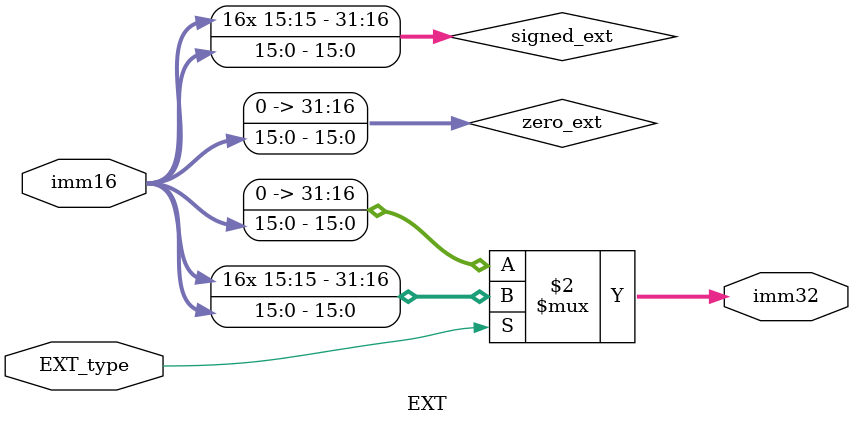
<source format=v>
`timescale 1ns / 1ps
`default_nettype none
module EXT(
	input wire [15:0] imm16,
	input wire EXT_type,
	output wire [31:0] imm32
    );
	
	wire [31:0] zero_ext;
	wire [31:0] signed_ext;
	
	assign zero_ext = {16'b0, imm16};
	assign signed_ext = {{16{imm16[15]}}, imm16};
	
	assign imm32 = (EXT_type == 0) ? zero_ext :
									signed_ext;

endmodule

</source>
